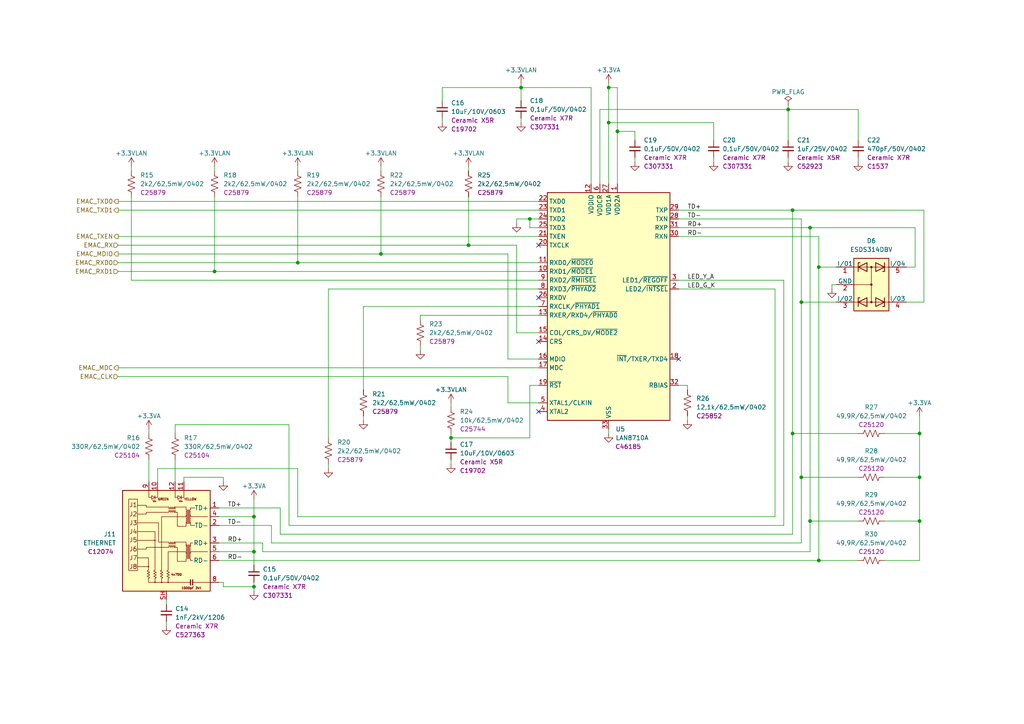
<source format=kicad_sch>
(kicad_sch (version 20230121) (generator eeschema)
  (paper "A4")
  (title_block (title "ESP 16x 24VDC Input 16x 24VDC Output Module") (date "2023-05-05") (rev "V1"))
  (lib_symbols
    (symbol "Device:C_Small" (pin_numbers hide) (pin_names (offset 0.254) hide)
      (property "Reference" "C" (at 0.254 1.778 0))
      (property "Value" "C_Small" (at 0.254 -2.032 0))
      (symbol "C_Small_0_1"
        (polyline (pts (xy -1.524 -0.508) (xy 1.524 -0.508)) (stroke (width 0.3302)))
        (polyline (pts (xy -1.524 0.508) (xy 1.524 0.508)) (stroke (width 0.3048)))
      )
      (symbol "C_Small_1_1"
        (pin passive line (at 0 2.54 270) (length 2.032) (name "~") (number "1"))
        (pin passive line (at 0 -2.54 90) (length 2.032) (name "~") (number "2"))
      )
    )
    (symbol "Device:R_US" (pin_numbers hide) (pin_names (offset 0))
      (property "Reference" "R" (at 2.54 0 90))
      (property "Value" "R_US" (at -2.54 0 90))
      (symbol "R_US_0_1"
        (polyline (pts (xy 0 -2.286) (xy 0 -2.54)))
        (polyline (pts (xy 0 2.286) (xy 0 2.54)))
        (polyline (pts (xy 0 -0.762) (xy 1.016 -1.143) (xy 0 -1.524) (xy -1.016 -1.905) (xy 0 -2.286)))
        (polyline (pts (xy 0 0.762) (xy 1.016 0.381) (xy 0 0) (xy -1.016 -0.381) (xy 0 -0.762)))
        (polyline (pts (xy 0 2.286) (xy 1.016 1.905) (xy 0 1.524) (xy -1.016 1.143) (xy 0 0.762)))
      )
      (symbol "R_US_1_1"
        (pin passive line (at 0 3.81 270) (length 1.27) (name "~") (number "1"))
        (pin passive line (at 0 -3.81 90) (length 1.27) (name "~") (number "2"))
      )
    )
    (symbol "Interface_Ethernet:LAN8710A"
      (property "Reference" "U" (at -13.97 34.29 0))
      (property "Value" "LAN8710A" (at 17.78 34.29 0))
      (symbol "LAN8710A_0_1"
        (rectangle (start -17.78 33.02) (end 17.78 -33.02) (stroke (width 0.254)) (fill (type background)))
      )
      (symbol "LAN8710A_1_1"
        (pin power_in line (at 2.54 35.56 270) (length 2.54) (name "VDD2A") (number "1"))
        (pin bidirectional line (at -20.32 10.16 0) (length 2.54) (name "RXD1/~{MODE1}") (number "10"))
        (pin bidirectional line (at -20.32 12.7 0) (length 2.54) (name "RXD0/~{MODE0}") (number "11"))
        (pin power_in line (at -5.08 35.56 270) (length 2.54) (name "VDDIO") (number "12"))
        (pin bidirectional line (at -20.32 -2.54 0) (length 2.54) (name "RXER/RXD4/~{PHYAD0}") (number "13"))
        (pin output line (at -20.32 -10.16 0) (length 2.54) (name "CRS") (number "14"))
        (pin bidirectional line (at -20.32 -7.62 0) (length 2.54) (name "COL/CRS_DV/~{MODE2}") (number "15"))
        (pin bidirectional line (at -20.32 -15.24 0) (length 2.54) (name "MDIO") (number "16"))
        (pin input line (at -20.32 -17.78 0) (length 2.54) (name "MDC") (number "17"))
        (pin bidirectional line (at 20.32 -15.24 180) (length 2.54) (name "~{INT}/TXER/TXD4") (number "18"))
        (pin input line (at -20.32 -22.86 0) (length 2.54) (name "~{RST}") (number "19"))
        (pin bidirectional line (at 20.32 5.08 180) (length 2.54) (name "LED2/~{INTSEL}") (number "2"))
        (pin output line (at -20.32 17.78 0) (length 2.54) (name "TXCLK") (number "20"))
        (pin input line (at -20.32 20.32 0) (length 2.54) (name "TXEN") (number "21"))
        (pin input line (at -20.32 30.48 0) (length 2.54) (name "TXD0") (number "22"))
        (pin input line (at -20.32 27.94 0) (length 2.54) (name "TXD1") (number "23"))
        (pin input line (at -20.32 25.4 0) (length 2.54) (name "TXD2") (number "24"))
        (pin input line (at -20.32 22.86 0) (length 2.54) (name "TXD3") (number "25"))
        (pin output line (at -20.32 2.54 0) (length 2.54) (name "RXDV") (number "26"))
        (pin power_in line (at 0 35.56 270) (length 2.54) (name "VDD1A") (number "27"))
        (pin bidirectional line (at 20.32 25.4 180) (length 2.54) (name "TXN") (number "28"))
        (pin bidirectional line (at 20.32 27.94 180) (length 2.54) (name "TXP") (number "29"))
        (pin bidirectional line (at 20.32 7.62 180) (length 2.54) (name "LED1/~{REGOFF}") (number "3"))
        (pin bidirectional line (at 20.32 20.32 180) (length 2.54) (name "RXN") (number "30"))
        (pin bidirectional line (at 20.32 22.86 180) (length 2.54) (name "RXP") (number "31"))
        (pin passive line (at 20.32 -22.86 180) (length 2.54) (name "RBIAS") (number "32"))
        (pin power_in line (at 0 -35.56 90) (length 2.54) (name "VSS") (number "33"))
        (pin output line (at -20.32 -30.48 0) (length 2.54) (name "XTAL2") (number "4"))
        (pin input line (at -20.32 -27.94 0) (length 2.54) (name "XTAL1/CLKIN") (number "5"))
        (pin power_in line (at -2.54 35.56 270) (length 2.54) (name "VDDCR") (number "6"))
        (pin bidirectional line (at -20.32 0 0) (length 2.54) (name "RXCLK/~{PHYAD1}") (number "7"))
        (pin bidirectional line (at -20.32 5.08 0) (length 2.54) (name "RXD3/~{PHYAD2}") (number "8"))
        (pin bidirectional line (at -20.32 7.62 0) (length 2.54) (name "RXD2/~{RMIISEL}") (number "9"))
      )
    )
    (symbol "Tales:+3.3VLAN" (power) (pin_names (offset 0))
      (property "Value" "+3.3VLAN" (at 0 3.556 0))
      (symbol "+3.3VLAN_0_1"
        (polyline (pts (xy -0.762 1.27) (xy 0 2.54)))
        (polyline (pts (xy 0 0) (xy 0 2.54)))
        (polyline (pts (xy 0 2.54) (xy 0.762 1.27)))
      )
      (symbol "+3.3VLAN_1_1"
        (pin power_in line (at 0 0 90) (length 0) hide (name "+3.3VLAN") (number "1"))
      )
    )
    (symbol "Tales:ESDS314DBV" (pin_names (offset 0))
      (property "Reference" "D" (at 0 12.7 0))
      (property "Value" "ESDS314DBV" (at 0 10.16 0))
      (symbol "ESDS314DBV_0_1"
        (rectangle (start -5.08 7.62) (end 5.08 -7.62) (stroke (width 0.254)) (fill (type background)))
        (circle (center 0 -5.08) (radius 0.254) (fill (type outline)))
        (polyline (pts (xy -5.08 -5.08) (xy 5.08 -5.08)))
        (polyline (pts (xy -5.08 0) (xy 0 0)))
        (polyline (pts (xy -5.08 5.08) (xy 5.08 5.08)))
        (polyline (pts (xy 0 -5.08) (xy 0 5.08)))
        (polyline (pts (xy -3.81 -6.35) (xy -3.81 -3.81) (xy -3.302 -3.81)) (stroke (width 0.254)))
        (polyline (pts (xy -3.81 3.81) (xy -3.81 6.35) (xy -3.302 6.35)) (stroke (width 0.254)))
        (polyline (pts (xy 3.81 -3.81) (xy 3.81 -6.35) (xy 3.302 -6.35)) (stroke (width 0.254)))
        (polyline (pts (xy 3.81 6.35) (xy 3.81 3.81) (xy 3.302 3.81)) (stroke (width 0.254)))
        (polyline (pts (xy -1.27 -6.35) (xy -3.81 -5.08) (xy -1.27 -3.81) (xy -1.27 -6.35) (xy -1.27 -6.35) (xy -1.27 -6.35)) (stroke (width 0.254)))
        (polyline (pts (xy -1.27 3.81) (xy -3.81 5.08) (xy -1.27 6.35) (xy -1.27 3.81) (xy -1.27 3.81) (xy -1.27 3.81)) (stroke (width 0.254)))
        (polyline (pts (xy 1.27 -3.81) (xy 3.81 -5.08) (xy 1.27 -6.35) (xy 1.27 -3.81) (xy 1.27 -3.81) (xy 1.27 -3.81)) (stroke (width 0.254)))
        (polyline (pts (xy 1.27 6.35) (xy 3.81 5.08) (xy 1.27 3.81) (xy 1.27 6.35) (xy 1.27 6.35) (xy 1.27 6.35)) (stroke (width 0.254)))
        (circle (center 0 0) (radius 0.254) (fill (type outline)))
        (circle (center 0 5.08) (radius 0.254) (fill (type outline)))
        (pin passive line (at -10.16 5.08 0) (length 5.08) (name "I/01") (number "1"))
        (pin passive line (at -10.16 0 0) (length 5.08) (name "GND") (number "2"))
        (pin passive line (at -10.16 -5.08 0) (length 5.08) (name "I/02") (number "3"))
        (pin passive line (at 10.16 -5.08 180) (length 5.08) (name "I/03") (number "4"))
        (pin passive line (at 10.16 5.08 180) (length 5.08) (name "I/04") (number "5"))
      )
    )
    (symbol "Tales:HanRun_HR911105A"
      (property "Reference" "J" (at 12.7 13.97 0))
      (property "Value" "HanRun_HR911105A" (at 0 -17.78 0))
      (symbol "HanRun_HR911105A_0_0"
        (rectangle (start -12.7 12.7) (end 12.7 -16.51) (stroke (width 0.254)) (fill (type background)))
        (polyline (pts (xy -5.207 -9.398) (xy -8.382 -9.398)))
        (polyline (pts (xy -3.302 -13.97) (xy -3.302 -12.827)))
        (polyline (pts (xy -3.302 -1.778) (xy -8.382 -1.778)))
        (polyline (pts (xy -1.397 -13.97) (xy -1.397 -12.827)))
        (polyline (pts (xy 0.508 -13.97) (xy 0.508 -12.827)))
        (polyline (pts (xy 7.62 -13.97) (xy 12.7 -13.97)))
        (polyline (pts (xy 11.938 -5.08) (xy 6.985 -5.08)))
        (polyline (pts (xy 11.938 5.08) (xy 6.985 5.08)))
        (polyline (pts (xy -1.397 -10.414) (xy -1.397 5.08) (xy 5.715 5.08)))
        (polyline (pts (xy 0.508 -10.414) (xy 0.508 -5.08) (xy 5.715 -5.08)))
        (polyline (pts (xy 6.985 -13.97) (xy -5.207 -13.97) (xy -5.207 -12.827)))
        (polyline (pts (xy 0.635 -2.286) (xy -2.286 -2.286) (xy -2.286 3.302) (xy -8.382 3.302)))
        (polyline (pts (xy 0.635 7.874) (xy -5.842 7.874) (xy -5.842 8.382) (xy -8.382 8.382)))
        (text "1000pF 2kV" (at 7.239 -15.621 0) (effects (font (size 0.635 0.635))))
        (text "4x75Ω" (at 2.921 -11.684 0) (effects (font (size 0.635 0.635))))
        (text "GREEN" (at -2.54 10.16 0) (effects (font (size 0.635 0.635)) (justify left)))
        (text "J1" (at -10.795 8.509 0) (effects (font (size 1.27 1.27)) (justify left)))
        (text "J2" (at -10.795 5.842 0) (effects (font (size 1.27 1.27)) (justify left)))
        (text "J3" (at -10.795 3.302 0) (effects (font (size 1.27 1.27)) (justify left)))
        (text "J4" (at -10.795 0.762 0) (effects (font (size 1.27 1.27)) (justify left)))
        (text "J5" (at -10.795 -1.651 0) (effects (font (size 1.27 1.27)) (justify left)))
        (text "J6" (at -10.795 -4.318 0) (effects (font (size 1.27 1.27)) (justify left)))
        (text "J7" (at -10.795 -6.858 0) (effects (font (size 1.27 1.27)) (justify left)))
        (text "J8" (at -10.795 -9.398 0) (effects (font (size 1.27 1.27)) (justify left)))
        (text "YELLOW" (at 5.08 10.16 0) (effects (font (size 0.635 0.635)) (justify left)))
      )
      (symbol "HanRun_HR911105A_0_1"
        (rectangle (start -8.382 -10.541) (end -10.922 10.16))
        (circle (center -5.207 -9.398) (radius 0.127) (fill (type outline)))
        (circle (center -3.302 -13.97) (radius 0.127) (fill (type outline)))
        (circle (center -3.302 -1.778) (radius 0.127) (fill (type outline)))
        (circle (center -1.397 -13.97) (radius 0.127) (fill (type outline)))
        (polyline (pts (xy -3.556 9.398) (xy -4.064 9.906)))
        (polyline (pts (xy -3.302 11.176) (xy -3.302 10.16)))
        (polyline (pts (xy -3.048 9.398) (xy -3.556 9.906)))
        (polyline (pts (xy 0.635 -3.302) (xy 2.667 -3.302)))
        (polyline (pts (xy 0.635 6.858) (xy 2.667 6.858)))
        (polyline (pts (xy 2.667 -2.794) (xy 0.635 -2.794)))
        (polyline (pts (xy 2.667 7.366) (xy 0.635 7.366)))
        (polyline (pts (xy 4.064 9.398) (xy 3.556 9.906)))
        (polyline (pts (xy 4.318 11.176) (xy 4.318 10.16)))
        (polyline (pts (xy 4.572 9.398) (xy 4.064 9.906)))
        (polyline (pts (xy 6.223 -3.048) (xy 6.223 -7.112)))
        (polyline (pts (xy 6.223 7.112) (xy 6.223 3.048)))
        (polyline (pts (xy 6.477 -7.112) (xy 6.477 -3.048)))
        (polyline (pts (xy 6.477 3.048) (xy 6.477 7.112)))
        (polyline (pts (xy 6.985 -14.732) (xy 6.985 -13.208)) (stroke (width 0.3048)))
        (polyline (pts (xy 7.62 -14.732) (xy 7.62 -13.208)) (stroke (width 0.3048)))
        (polyline (pts (xy -5.207 -10.414) (xy -5.207 -6.858) (xy -8.382 -6.858)))
        (polyline (pts (xy -5.08 12.7) (xy -5.08 10.668) (xy -4.318 10.668)))
        (polyline (pts (xy -3.556 9.652) (xy -3.556 9.398) (xy -3.81 9.398)))
        (polyline (pts (xy -3.302 -10.414) (xy -3.302 0.762) (xy -8.382 0.762)))
        (polyline (pts (xy -3.048 9.652) (xy -3.048 9.398) (xy -3.302 9.398)))
        (polyline (pts (xy -2.54 12.7) (xy -2.54 10.668) (xy -3.302 10.668)))
        (polyline (pts (xy 2.54 12.7) (xy 2.54 10.668) (xy 3.302 10.668)))
        (polyline (pts (xy 2.667 -2.286) (xy 5.715 -2.286) (xy 5.715 -3.048)))
        (polyline (pts (xy 2.667 7.874) (xy 5.715 7.874) (xy 5.715 7.112)))
        (polyline (pts (xy 4.064 9.652) (xy 4.064 9.398) (xy 3.81 9.398)))
        (polyline (pts (xy 4.572 9.652) (xy 4.572 9.398) (xy 4.318 9.398)))
        (polyline (pts (xy 5.08 12.7) (xy 5.08 10.668) (xy 4.318 10.668)))
        (polyline (pts (xy 6.985 -7.112) (xy 6.985 -7.62) (xy 7.62 -7.62)))
        (polyline (pts (xy 6.985 -3.048) (xy 6.985 -2.54) (xy 7.62 -2.54)))
        (polyline (pts (xy 6.985 3.048) (xy 6.985 2.54) (xy 8.255 2.54)))
        (polyline (pts (xy 6.985 7.112) (xy 6.985 7.62) (xy 8.255 7.62)))
        (polyline (pts (xy -3.302 10.668) (xy -4.318 11.176) (xy -4.318 10.16) (xy -3.302 10.668)))
        (polyline (pts (xy 0.635 -3.81) (xy -5.842 -3.81) (xy -5.842 -4.318) (xy -8.382 -4.318)))
        (polyline (pts (xy 0.635 6.35) (xy -5.842 6.35) (xy -5.842 5.842) (xy -8.382 5.842)))
        (polyline (pts (xy 4.318 10.668) (xy 3.302 11.176) (xy 3.302 10.16) (xy 4.318 10.668)))
        (polyline (pts (xy 5.715 -7.112) (xy 5.715 -7.874) (xy 3.175 -7.874) (xy 3.175 -3.81) (xy 2.667 -3.81)))
        (polyline (pts (xy 5.715 3.048) (xy 5.715 2.286) (xy 3.175 2.286) (xy 3.175 6.35) (xy 2.667 6.35)))
        (polyline (pts (xy -5.207 -12.827) (xy -4.826 -12.573) (xy -5.588 -12.192) (xy -4.826 -11.811) (xy -5.588 -11.43) (xy -4.826 -11.049) (xy -5.588 -10.668) (xy -5.207 -10.414)))
        (polyline (pts (xy -3.302 -12.827) (xy -2.921 -12.573) (xy -3.683 -12.192) (xy -2.921 -11.811) (xy -3.683 -11.43) (xy -2.921 -11.049) (xy -3.683 -10.668) (xy -3.302 -10.414)))
        (polyline (pts (xy -1.397 -12.827) (xy -1.016 -12.573) (xy -1.778 -12.192) (xy -1.016 -11.811) (xy -1.778 -11.43) (xy -1.016 -11.049) (xy -1.778 -10.668) (xy -1.397 -10.414)))
        (polyline (pts (xy 0.508 -12.827) (xy 0.889 -12.573) (xy 0.127 -12.192) (xy 0.889 -11.811) (xy 0.127 -11.43) (xy 0.889 -11.049) (xy 0.127 -10.668) (xy 0.508 -10.414)))
        (circle (center 0.508 -13.97) (radius 0.127) (fill (type outline)))
        (arc (start 0.635 -2.286) (mid 0.889 -2.5389) (end 1.143 -2.286))
        (arc (start 0.635 7.874) (mid 0.889 7.6211) (end 1.143 7.874))
        (arc (start 1.143 -3.81) (mid 0.889 -3.5571) (end 0.635 -3.81))
        (arc (start 1.143 -2.286) (mid 1.397 -2.5389) (end 1.651 -2.286))
        (arc (start 1.143 6.35) (mid 0.889 6.6029) (end 0.635 6.35))
        (arc (start 1.143 7.874) (mid 1.397 7.6211) (end 1.651 7.874))
        (arc (start 1.651 -3.81) (mid 1.397 -3.5571) (end 1.143 -3.81))
        (arc (start 1.651 -2.286) (mid 1.905 -2.5389) (end 2.159 -2.286))
        (arc (start 1.651 6.35) (mid 1.397 6.6029) (end 1.143 6.35))
        (arc (start 1.651 7.874) (mid 1.905 7.6211) (end 2.159 7.874))
        (arc (start 2.159 -3.81) (mid 1.905 -3.5571) (end 1.651 -3.81))
        (arc (start 2.159 -2.286) (mid 2.413 -2.5389) (end 2.667 -2.286))
        (arc (start 2.159 6.35) (mid 1.905 6.6029) (end 1.651 6.35))
        (arc (start 2.159 7.874) (mid 2.413 7.6211) (end 2.667 7.874))
        (circle (center 2.413 -3.8354) (radius 0.0762) (stroke (width 0.0254)) (fill (type outline)))
        (circle (center 2.413 -2.2606) (radius 0.0762) (stroke (width 0.0254)) (fill (type outline)))
        (circle (center 2.413 6.3246) (radius 0.0762) (stroke (width 0.0254)) (fill (type outline)))
        (circle (center 2.413 7.8994) (radius 0.0762) (stroke (width 0.0254)) (fill (type outline)))
        (arc (start 2.667 -3.81) (mid 2.413 -3.5571) (end 2.159 -3.81))
        (arc (start 2.667 6.35) (mid 2.413 6.6029) (end 2.159 6.35))
        (arc (start 5.715 -7.112) (mid 5.9679 -6.858) (end 5.715 -6.604))
        (arc (start 5.715 -6.604) (mid 5.9679 -6.35) (end 5.715 -6.096))
        (arc (start 5.715 -6.096) (mid 5.9679 -5.842) (end 5.715 -5.588))
        (arc (start 5.715 -5.588) (mid 5.9679 -5.334) (end 5.715 -5.08))
        (circle (center 5.715 -5.334) (radius 0.0762) (stroke (width 0.0254)) (fill (type outline)))
        (arc (start 5.715 -5.08) (mid 5.9679 -4.826) (end 5.715 -4.572))
        (arc (start 5.715 -4.572) (mid 5.9679 -4.318) (end 5.715 -4.064))
        (arc (start 5.715 -4.064) (mid 5.9679 -3.81) (end 5.715 -3.556))
        (arc (start 5.715 -3.556) (mid 5.9679 -3.302) (end 5.715 -3.048))
        (circle (center 5.715 -3.302) (radius 0.0762) (stroke (width 0.0254)) (fill (type outline)))
        (arc (start 5.715 3.048) (mid 5.9679 3.302) (end 5.715 3.556))
        (circle (center 5.715 3.302) (radius 0.0762) (stroke (width 0.0254)) (fill (type outline)))
        (arc (start 5.715 3.556) (mid 5.9679 3.81) (end 5.715 4.064))
        (arc (start 5.715 4.064) (mid 5.9679 4.318) (end 5.715 4.572))
        (arc (start 5.715 4.572) (mid 5.9679 4.826) (end 5.715 5.08))
        (arc (start 5.715 5.08) (mid 5.9679 5.334) (end 5.715 5.588))
        (circle (center 5.715 5.334) (radius 0.0762) (stroke (width 0.0254)) (fill (type outline)))
        (arc (start 5.715 5.588) (mid 5.9679 5.842) (end 5.715 6.096))
        (arc (start 5.715 6.096) (mid 5.9679 6.35) (end 5.715 6.604))
        (arc (start 5.715 6.604) (mid 5.9679 6.858) (end 5.715 7.112))
        (arc (start 6.985 -6.604) (mid 6.7321 -6.858) (end 6.985 -7.112))
        (arc (start 6.985 -6.096) (mid 6.7321 -6.35) (end 6.985 -6.604))
        (arc (start 6.985 -5.588) (mid 6.7321 -5.842) (end 6.985 -6.096))
        (circle (center 6.985 -5.334) (radius 0.0762) (stroke (width 0.0254)) (fill (type outline)))
        (arc (start 6.985 -5.08) (mid 6.7321 -5.334) (end 6.985 -5.588))
        (arc (start 6.985 -4.572) (mid 6.7321 -4.826) (end 6.985 -5.08))
        (arc (start 6.985 -4.064) (mid 6.7321 -4.318) (end 6.985 -4.572))
        (arc (start 6.985 -3.556) (mid 6.7321 -3.81) (end 6.985 -4.064))
        (circle (center 6.985 -3.302) (radius 0.0762) (stroke (width 0.0254)) (fill (type outline)))
        (arc (start 6.985 -3.048) (mid 6.7321 -3.302) (end 6.985 -3.556))
        (circle (center 6.985 3.302) (radius 0.0762) (stroke (width 0.0254)) (fill (type outline)))
        (arc (start 6.985 3.556) (mid 6.7321 3.302) (end 6.985 3.048))
        (arc (start 6.985 4.064) (mid 6.7321 3.81) (end 6.985 3.556))
        (arc (start 6.985 4.572) (mid 6.7321 4.318) (end 6.985 4.064))
        (arc (start 6.985 5.08) (mid 6.7321 4.826) (end 6.985 4.572))
        (circle (center 6.985 5.334) (radius 0.0762) (stroke (width 0.0254)) (fill (type outline)))
        (arc (start 6.985 5.588) (mid 6.7321 5.334) (end 6.985 5.08))
        (arc (start 6.985 6.096) (mid 6.7321 5.842) (end 6.985 5.588))
        (arc (start 6.985 6.604) (mid 6.7321 6.35) (end 6.985 6.096))
        (arc (start 6.985 7.112) (mid 6.7321 6.858) (end 6.985 6.604))
      )
      (symbol "HanRun_HR911105A_1_1"
        (pin passive line (at 15.24 7.62 180) (length 2.54) (name "TD+") (number "1"))
        (pin passive line (at -2.54 15.24 270) (length 2.54) (name "~") (number "10"))
        (pin passive line (at 5.08 15.24 270) (length 2.54) (name "~") (number "11"))
        (pin passive line (at 2.54 15.24 270) (length 2.54) (name "~") (number "12"))
        (pin passive line (at 15.24 2.54 180) (length 2.54) (name "TD-") (number "2"))
        (pin passive line (at 15.24 -2.54 180) (length 2.54) (name "RD+") (number "3"))
        (pin passive line (at 15.24 5.08 180) (length 2.54) (name "~") (number "4"))
        (pin passive line (at 15.24 -5.08 180) (length 2.54) (name "~") (number "5"))
        (pin passive line (at 15.24 -7.62 180) (length 2.54) (name "RD-") (number "6"))
        (pin no_connect line (at 12.7 -11.43 180) (length 2.54) hide (name "NC") (number "7"))
        (pin passive line (at 15.24 -13.97 180) (length 2.54) (name "~") (number "8"))
        (pin passive line (at -5.08 15.24 270) (length 2.54) (name "~") (number "9"))
        (pin passive line (at 0 -19.05 90) (length 2.54) (name "~") (number "SH"))
      )
    )
    (symbol "power:+3.3VA" (power) (pin_names (offset 0))
      (property "Value" "+3.3VA" (at 0 3.556 0))
      (symbol "+3.3VA_0_1"
        (polyline (pts (xy -0.762 1.27) (xy 0 2.54)))
        (polyline (pts (xy 0 0) (xy 0 2.54)))
        (polyline (pts (xy 0 2.54) (xy 0.762 1.27)))
      )
      (symbol "+3.3VA_1_1"
        (pin power_in line (at 0 0 90) (length 0) hide (name "+3.3VA") (number "1"))
      )
    )
    (symbol "power:GND" (power) (pin_names (offset 0))
      (property "Value" "GND" (at 0 -3.81 0))
      (symbol "GND_0_1"
        (polyline (pts (xy 0 0) (xy 0 -1.27) (xy 1.27 -1.27) (xy 0 -2.54) (xy -1.27 -1.27) (xy 0 -1.27)))
      )
      (symbol "GND_1_1"
        (pin power_in line (at 0 0 270) (length 0) hide (name "GND") (number "1"))
      )
    )
    (symbol "power:PWR_FLAG" (power) (pin_numbers hide) (pin_names (offset 0) hide)
      (property "Value" "PWR_FLAG" (at 0 3.81 0))
      (symbol "PWR_FLAG_0_0"
        (pin power_out line (at 0 0 90) (length 0) (name "pwr") (number "1"))
      )
      (symbol "PWR_FLAG_0_1"
        (polyline (pts (xy 0 0) (xy 0 1.27) (xy -1.016 1.905) (xy 0 2.54) (xy 1.016 1.905) (xy 0 1.27)))
      )
    )
  )
  (junction (at 266.7 125.73))
  (junction (at 232.41 138.43))
  (junction (at 229.87 60.96))
  (junction (at 73.66 160.02))
  (junction (at 266.7 138.43))
  (junction (at 110.49 73.66))
  (junction (at 179.07 38.1))
  (junction (at 151.13 25.4))
  (junction (at 176.53 35.56))
  (junction (at 234.95 151.13))
  (junction (at 73.66 149.86))
  (junction (at 86.36 76.2))
  (junction (at 266.7 151.13))
  (junction (at 229.87 125.73))
  (junction (at 153.67 63.5))
  (junction (at 176.53 25.4))
  (junction (at 135.89 71.12))
  (junction (at 237.49 162.56))
  (junction (at 232.41 87.63))
  (junction (at 130.81 127))
  (junction (at 62.23 78.74))
  (junction (at 237.49 77.47))
  (junction (at 228.6 31.75))
  (junction (at 234.95 66.04))
  (junction (at 73.66 170.18))
  (no_connect (at 156.21 99.06))
  (no_connect (at 156.21 86.36))
  (no_connect (at 196.85 104.14))
  (no_connect (at 156.21 71.12))
  (no_connect (at 156.21 119.38))
  (wire (pts (xy 176.53 35.56) (xy 176.53 53.34)))
  (wire (pts (xy 34.29 71.12) (xy 135.89 71.12)))
  (wire (pts (xy 128.27 25.4) (xy 151.13 25.4)))
  (wire (pts (xy 64.77 138.43) (xy 64.77 139.7)))
  (wire (pts (xy 34.29 78.74) (xy 62.23 78.74)))
  (wire (pts (xy 171.45 25.4) (xy 171.45 53.34)))
  (wire (pts (xy 64.77 170.18) (xy 64.77 168.91)))
  (wire (pts (xy 241.3 82.55) (xy 242.57 82.55)))
  (wire (pts (xy 256.54 125.73) (xy 266.7 125.73)))
  (wire (pts (xy 228.6 31.75) (xy 248.92 31.75)))
  (wire (pts (xy 34.29 106.68) (xy 156.21 106.68)))
  (wire (pts (xy 38.1 48.26) (xy 38.1 49.53)))
  (wire (pts (xy 234.95 151.13) (xy 234.95 160.02)))
  (wire (pts (xy 237.49 77.47) (xy 237.49 162.56)))
  (wire (pts (xy 173.99 53.34) (xy 173.99 31.75)))
  (wire (pts (xy 266.7 151.13) (xy 266.7 162.56)))
  (wire (pts (xy 86.36 76.2) (xy 156.21 76.2)))
  (wire (pts (xy 156.21 111.76) (xy 153.67 111.76)))
  (wire (pts (xy 156.21 96.52) (xy 149.86 96.52)))
  (wire (pts (xy 83.82 123.19) (xy 83.82 152.4)))
  (wire (pts (xy 81.28 154.94) (xy 229.87 154.94)))
  (wire (pts (xy 179.07 38.1) (xy 179.07 53.34)))
  (wire (pts (xy 153.67 63.5) (xy 149.86 63.5)))
  (wire (pts (xy 135.89 71.12) (xy 135.89 57.15)))
  (wire (pts (xy 34.29 68.58) (xy 156.21 68.58)))
  (wire (pts (xy 153.67 66.04) (xy 153.67 63.5)))
  (wire (pts (xy 62.23 48.26) (xy 62.23 49.53)))
  (wire (pts (xy 43.18 124.46) (xy 43.18 125.73)))
  (wire (pts (xy 95.25 134.62) (xy 95.25 135.89)))
  (wire (pts (xy 128.27 29.21) (xy 128.27 25.4)))
  (wire (pts (xy 105.41 120.65) (xy 105.41 121.92)))
  (wire (pts (xy 34.29 76.2) (xy 86.36 76.2)))
  (wire (pts (xy 130.81 133.35) (xy 130.81 134.62)))
  (wire (pts (xy 121.92 91.44) (xy 121.92 92.71)))
  (wire (pts (xy 262.89 77.47) (xy 265.43 77.47)))
  (wire (pts (xy 53.34 138.43) (xy 53.34 139.7)))
  (wire (pts (xy 267.97 87.63) (xy 267.97 60.96)))
  (wire (pts (xy 38.1 57.15) (xy 38.1 81.28)))
  (wire (pts (xy 266.7 125.73) (xy 266.7 138.43)))
  (wire (pts (xy 64.77 168.91) (xy 63.5 168.91)))
  (wire (pts (xy 147.32 104.14) (xy 156.21 104.14)))
  (wire (pts (xy 176.53 25.4) (xy 176.53 35.56)))
  (wire (pts (xy 199.39 111.76) (xy 196.85 111.76)))
  (wire (pts (xy 234.95 151.13) (xy 248.92 151.13)))
  (wire (pts (xy 62.23 78.74) (xy 156.21 78.74)))
  (wire (pts (xy 196.85 68.58) (xy 237.49 68.58)))
  (wire (pts (xy 229.87 125.73) (xy 229.87 154.94)))
  (wire (pts (xy 34.29 109.22) (xy 147.32 109.22)))
  (wire (pts (xy 43.18 133.35) (xy 43.18 139.7)))
  (wire (pts (xy 81.28 147.32) (xy 81.28 154.94)))
  (wire (pts (xy 266.7 162.56) (xy 256.54 162.56)))
  (wire (pts (xy 45.72 135.89) (xy 86.36 135.89)))
  (wire (pts (xy 151.13 34.29) (xy 151.13 35.56)))
  (wire (pts (xy 151.13 25.4) (xy 151.13 29.21)))
  (wire (pts (xy 130.81 116.84) (xy 130.81 118.11)))
  (wire (pts (xy 153.67 127) (xy 130.81 127)))
  (wire (pts (xy 83.82 152.4) (xy 227.33 152.4)))
  (wire (pts (xy 86.36 57.15) (xy 86.36 76.2)))
  (wire (pts (xy 207.01 45.72) (xy 207.01 46.99)))
  (wire (pts (xy 228.6 31.75) (xy 228.6 40.64)))
  (wire (pts (xy 176.53 124.46) (xy 176.53 125.73)))
  (wire (pts (xy 50.8 139.7) (xy 50.8 133.35)))
  (wire (pts (xy 128.27 34.29) (xy 128.27 35.56)))
  (wire (pts (xy 228.6 30.48) (xy 228.6 31.75)))
  (wire (pts (xy 45.72 139.7) (xy 45.72 135.89)))
  (wire (pts (xy 62.23 57.15) (xy 62.23 78.74)))
  (wire (pts (xy 176.53 24.13) (xy 176.53 25.4)))
  (wire (pts (xy 229.87 125.73) (xy 248.92 125.73)))
  (wire (pts (xy 237.49 68.58) (xy 237.49 77.47)))
  (wire (pts (xy 78.74 152.4) (xy 78.74 157.48)))
  (wire (pts (xy 63.5 147.32) (xy 81.28 147.32)))
  (wire (pts (xy 237.49 162.56) (xy 248.92 162.56)))
  (wire (pts (xy 149.86 71.12) (xy 135.89 71.12)))
  (wire (pts (xy 176.53 25.4) (xy 179.07 25.4)))
  (wire (pts (xy 151.13 25.4) (xy 171.45 25.4)))
  (wire (pts (xy 110.49 57.15) (xy 110.49 73.66)))
  (wire (pts (xy 228.6 45.72) (xy 228.6 46.99)))
  (wire (pts (xy 76.2 157.48) (xy 76.2 160.02)))
  (wire (pts (xy 48.26 180.34) (xy 48.26 181.61)))
  (wire (pts (xy 229.87 60.96) (xy 229.87 125.73)))
  (wire (pts (xy 265.43 77.47) (xy 265.43 66.04)))
  (wire (pts (xy 147.32 73.66) (xy 147.32 104.14)))
  (wire (pts (xy 64.77 138.43) (xy 53.34 138.43)))
  (wire (pts (xy 266.7 138.43) (xy 266.7 151.13)))
  (wire (pts (xy 256.54 151.13) (xy 266.7 151.13)))
  (wire (pts (xy 248.92 31.75) (xy 248.92 40.64)))
  (wire (pts (xy 130.81 125.73) (xy 130.81 127)))
  (wire (pts (xy 34.29 73.66) (xy 110.49 73.66)))
  (wire (pts (xy 86.36 48.26) (xy 86.36 49.53)))
  (wire (pts (xy 153.67 111.76) (xy 153.67 127)))
  (wire (pts (xy 63.5 152.4) (xy 78.74 152.4)))
  (wire (pts (xy 73.66 170.18) (xy 73.66 171.45)))
  (wire (pts (xy 130.81 127) (xy 130.81 128.27)))
  (wire (pts (xy 149.86 96.52) (xy 149.86 71.12)))
  (wire (pts (xy 229.87 60.96) (xy 196.85 60.96)))
  (wire (pts (xy 173.99 31.75) (xy 228.6 31.75)))
  (wire (pts (xy 110.49 73.66) (xy 147.32 73.66)))
  (wire (pts (xy 105.41 88.9) (xy 105.41 113.03)))
  (wire (pts (xy 86.36 135.89) (xy 86.36 149.86)))
  (wire (pts (xy 199.39 113.03) (xy 199.39 111.76)))
  (wire (pts (xy 241.3 83.82) (xy 241.3 82.55)))
  (wire (pts (xy 50.8 123.19) (xy 83.82 123.19)))
  (wire (pts (xy 63.5 162.56) (xy 237.49 162.56)))
  (wire (pts (xy 78.74 157.48) (xy 232.41 157.48)))
  (wire (pts (xy 224.79 149.86) (xy 224.79 83.82)))
  (wire (pts (xy 265.43 66.04) (xy 234.95 66.04)))
  (wire (pts (xy 95.25 83.82) (xy 95.25 127)))
  (wire (pts (xy 232.41 138.43) (xy 248.92 138.43)))
  (wire (pts (xy 34.29 60.96) (xy 156.21 60.96)))
  (wire (pts (xy 73.66 168.91) (xy 73.66 170.18)))
  (wire (pts (xy 156.21 63.5) (xy 153.67 63.5)))
  (wire (pts (xy 48.26 173.99) (xy 48.26 175.26)))
  (wire (pts (xy 232.41 63.5) (xy 196.85 63.5)))
  (wire (pts (xy 110.49 48.26) (xy 110.49 49.53)))
  (wire (pts (xy 121.92 100.33) (xy 121.92 101.6)))
  (wire (pts (xy 184.15 38.1) (xy 184.15 40.64)))
  (wire (pts (xy 156.21 116.84) (xy 147.32 116.84)))
  (wire (pts (xy 64.77 170.18) (xy 73.66 170.18)))
  (wire (pts (xy 149.86 63.5) (xy 149.86 64.77)))
  (wire (pts (xy 267.97 60.96) (xy 229.87 60.96)))
  (wire (pts (xy 248.92 45.72) (xy 248.92 46.99)))
  (wire (pts (xy 156.21 66.04) (xy 153.67 66.04)))
  (wire (pts (xy 196.85 81.28) (xy 227.33 81.28)))
  (wire (pts (xy 73.66 144.78) (xy 73.66 149.86)))
  (wire (pts (xy 76.2 160.02) (xy 234.95 160.02)))
  (wire (pts (xy 34.29 58.42) (xy 156.21 58.42)))
  (wire (pts (xy 179.07 25.4) (xy 179.07 38.1)))
  (wire (pts (xy 256.54 138.43) (xy 266.7 138.43)))
  (wire (pts (xy 151.13 24.13) (xy 151.13 25.4)))
  (wire (pts (xy 86.36 149.86) (xy 224.79 149.86)))
  (wire (pts (xy 156.21 91.44) (xy 121.92 91.44)))
  (wire (pts (xy 207.01 35.56) (xy 207.01 40.64)))
  (wire (pts (xy 176.53 35.56) (xy 207.01 35.56)))
  (wire (pts (xy 95.25 83.82) (xy 156.21 83.82)))
  (wire (pts (xy 227.33 152.4) (xy 227.33 81.28)))
  (wire (pts (xy 266.7 120.65) (xy 266.7 125.73)))
  (wire (pts (xy 105.41 88.9) (xy 156.21 88.9)))
  (wire (pts (xy 237.49 77.47) (xy 242.57 77.47)))
  (wire (pts (xy 184.15 45.72) (xy 184.15 46.99)))
  (wire (pts (xy 232.41 87.63) (xy 242.57 87.63)))
  (wire (pts (xy 179.07 38.1) (xy 184.15 38.1)))
  (wire (pts (xy 232.41 87.63) (xy 232.41 138.43)))
  (wire (pts (xy 232.41 63.5) (xy 232.41 87.63)))
  (wire (pts (xy 135.89 48.26) (xy 135.89 49.53)))
  (wire (pts (xy 73.66 160.02) (xy 73.66 149.86)))
  (wire (pts (xy 232.41 138.43) (xy 232.41 157.48)))
  (wire (pts (xy 63.5 160.02) (xy 73.66 160.02)))
  (wire (pts (xy 63.5 157.48) (xy 76.2 157.48)))
  (wire (pts (xy 38.1 81.28) (xy 156.21 81.28)))
  (wire (pts (xy 196.85 83.82) (xy 224.79 83.82)))
  (wire (pts (xy 147.32 116.84) (xy 147.32 109.22)))
  (wire (pts (xy 199.39 120.65) (xy 199.39 121.92)))
  (wire (pts (xy 196.85 66.04) (xy 234.95 66.04)))
  (wire (pts (xy 50.8 125.73) (xy 50.8 123.19)))
  (wire (pts (xy 234.95 66.04) (xy 234.95 151.13)))
  (wire (pts (xy 73.66 160.02) (xy 73.66 163.83)))
  (wire (pts (xy 262.89 87.63) (xy 267.97 87.63)))
  (wire (pts (xy 73.66 149.86) (xy 63.5 149.86)))
  (label "RD-" (at 66.04 162.56 0))
  (label "LED_Y_A" (at 199.39 81.28 0))
  (label "TD+" (at 66.04 147.32 0))
  (label "TD+" (at 199.39 60.96 0))
  (label "TD-" (at 66.04 152.4 0))
  (label "RD-" (at 199.39 68.58 0))
  (label "RD+" (at 66.04 157.48 0))
  (label "RD+" (at 199.39 66.04 0))
  (label "LED_G_K" (at 199.39 83.82 0))
  (label "TD-" (at 199.39 63.5 0))
  (hierarchical_label "EMAC_MDIO" (shape output) (at 34.29 73.66 180))
  (hierarchical_label "EMAC_TXEN" (shape output) (at 34.29 68.58 180))
  (hierarchical_label "EMAC_CLK" (shape input) (at 34.29 109.22 180))
  (hierarchical_label "EMAC_RXD1" (shape input) (at 34.29 78.74 180))
  (hierarchical_label "EMAC_MDC" (shape output) (at 34.29 106.68 180))
  (hierarchical_label "EMAC_RXD0" (shape input) (at 34.29 76.2 180))
  (hierarchical_label "EMAC_RX" (shape input) (at 34.29 71.12 180))
  (hierarchical_label "EMAC_TXD0" (shape output) (at 34.29 58.42 180))
  (hierarchical_label "EMAC_TXD1" (shape output) (at 34.29 60.96 180))
  (symbol (lib_id "Device:C_Small") (at 207.01 43.18 0) (unit 1)
    (property "Reference" "C20" (at 209.55 40.64 0) (effects (justify left)))
    (property "Value" "0,1uF/50V/0402" (at 209.55 43.18 0) (effects (justify left)))
    (property "Footprint" "Tales:C_0402_1005Metric" (effects hide))
    (property "Case" "0402/1005" (effects hide))
    (property "JLCPCB BOM" "1" (effects hide))
    (property "LCSC Part #" "C307331" (at 209.55 48.2538 0) (effects (justify left)))
    (property "Mfr" "Samsung" (effects hide))
    (property "Mfr PN" "CL05B104KB54PNC" (effects hide))
    (property "Technology" "Ceramic X7R" (at 209.55 45.7138 0) (effects (justify left)))
    (property "Vendor" "JLCPCB" (effects hide))
    (property "Vendor PN" "C307331" (effects hide))
  )
  (symbol (lib_id "power:GND") (at 184.15 46.99 0) (unit 1)
    (property "Reference" "#PWR057" (effects hide))
    (property "Value" "GNDREF" (effects hide))
  )
  (symbol (lib_id "Device:R_US") (at 130.81 121.92 0) (unit 1)
    (property "Reference" "R24" (at 133.35 119.38 0) (effects (justify left)))
    (property "Value" "10k/62,5mW/0402" (at 133.35 121.92 0) (effects (justify left)))
    (property "Footprint" "Tales:R_0402_1005Metric" (effects hide))
    (property "Case" "0402/1005" (effects hide))
    (property "Mfr" "Uniroyal" (effects hide))
    (property "Vendor" "JLCPCB" (effects hide))
    (property "Mfr PN" "0402WGF1002TCE" (effects hide))
    (property "Vendor PN" "C25744" (effects hide))
    (property "LCSC Part #" "C25744" (at 133.35 124.46 0) (effects (justify left)))
    (property "JLCPCB BOM" "1" (effects hide))
  )
  (symbol (lib_id "power:GND") (at 228.6 46.99 0) (unit 1)
    (property "Reference" "#PWR060" (effects hide))
    (property "Value" "GNDREF" (effects hide))
  )
  (symbol (lib_id "Device:R_US") (at 50.8 129.54 0) (unit 1)
    (property "Reference" "R17" (at 53.34 127 0) (effects (justify left)))
    (property "Value" "330R/62,5mW/0402" (at 53.34 129.54 0) (effects (justify left)))
    (property "Footprint" "Tales:R_0402_1005Metric" (effects hide))
    (property "Case" "0402/1005" (effects hide))
    (property "Mfr" "Uniroyal" (effects hide))
    (property "Vendor" "JLCPCB" (effects hide))
    (property "Mfr PN" "0402WGF3300TCE" (effects hide))
    (property "Vendor PN" "C25104" (effects hide))
    (property "LCSC Part #" "C25104" (at 53.34 132.08 0) (effects (justify left)))
    (property "JLCPCB BOM" "1" (effects hide))
  )
  (symbol (lib_id "Device:C_Small") (at 128.27 31.75 0) (unit 1)
    (property "Reference" "C16" (at 130.81 29.845 0) (effects (justify left)))
    (property "Value" "10uF/10V/0603" (at 130.81 32.385 0) (effects (justify left)))
    (property "Footprint" "Tales:C_0603_1608Metric" (effects hide))
    (property "Mfr" "Samsung" (effects hide))
    (property "Mfr PN" "CL10A106KP8NNNC" (effects hide))
    (property "JLCPCB BOM" "1" (effects hide))
    (property "LCSC Part #" "C19702" (at 130.81 37.465 0) (effects (justify left)))
    (property "Technology" "Ceramic X5R" (at 130.81 34.925 0) (effects (justify left)))
    (property "Vendor" "JLCPCB" (effects hide))
    (property "Vendor PN" "C19702" (effects hide))
    (property "Case" "0603/1608" (effects hide))
  )
  (symbol (lib_id "Tales:+3.3VLAN") (at 135.89 48.26 0) (unit 1)
    (property "Reference" "#PWR051" (effects hide))
    (property "Value" "+3.3VLAN" (at 135.89 44.45 0))
  )
  (symbol (lib_id "Device:C_Small") (at 73.66 166.37 0) (unit 1)
    (property "Reference" "C15" (at 76.2 165.1062 0) (effects (justify left)))
    (property "Value" "0,1uF/50V/0402" (at 76.2 167.6462 0) (effects (justify left)))
    (property "Footprint" "Tales:C_0402_1005Metric" (effects hide))
    (property "Case" "0402/1005" (effects hide))
    (property "JLCPCB BOM" "1" (effects hide))
    (property "LCSC Part #" "C307331" (at 76.2 172.72 0) (effects (justify left)))
    (property "Mfr" "Samsung" (effects hide))
    (property "Mfr PN" "CL05B104KB54PNC" (effects hide))
    (property "Technology" "Ceramic X7R" (at 76.2 170.18 0) (effects (justify left)))
    (property "Vendor" "JLCPCB" (effects hide))
    (property "Vendor PN" "C307331" (effects hide))
  )
  (symbol (lib_id "Device:R_US") (at 62.23 53.34 0) (unit 1)
    (property "Reference" "R18" (at 64.77 50.8 0) (effects (justify left)))
    (property "Value" "2k2/62,5mW/0402" (at 64.77 53.34 0) (effects (justify left)))
    (property "Footprint" "Tales:R_0402_1005Metric" (effects hide))
    (property "Case" "0402/1005" (effects hide))
    (property "Mfr" "Uniroyal" (effects hide))
    (property "Vendor" "JLCPCB" (effects hide))
    (property "Mfr PN" "0402WGF2201TCE" (effects hide))
    (property "Vendor PN" "C25879" (effects hide))
    (property "LCSC Part #" "C25879" (at 64.77 55.88 0) (effects (justify left)))
    (property "JLCPCB BOM" "1" (effects hide))
  )
  (symbol (lib_id "Device:R_US") (at 135.89 53.34 0) (unit 1)
    (property "Reference" "R25" (at 138.43 50.8 0) (effects (justify left)))
    (property "Value" "2k2/62,5mW/0402" (at 138.43 53.34 0) (effects (justify left)))
    (property "Footprint" "Tales:R_0402_1005Metric" (effects hide))
    (property "Case" "0402/1005" (effects hide))
    (property "Mfr" "Uniroyal" (effects hide))
    (property "Vendor" "JLCPCB" (effects hide))
    (property "Mfr PN" "0402WGF2201TCE" (effects hide))
    (property "Vendor PN" "C25879" (effects hide))
    (property "LCSC Part #" "C25879" (at 138.43 55.88 0) (effects (justify left)))
    (property "JLCPCB BOM" "1" (effects hide))
  )
  (symbol (lib_id "power:GND") (at 130.81 134.62 0) (unit 1)
    (property "Reference" "#PWR050" (effects hide))
    (property "Value" "GNDREF" (effects hide))
  )
  (symbol (lib_id "Device:R_US") (at 86.36 53.34 0) (unit 1)
    (property "Reference" "R19" (at 88.9 50.8 0) (effects (justify left)))
    (property "Value" "2k2/62,5mW/0402" (at 88.9 53.34 0) (effects (justify left)))
    (property "Footprint" "Tales:R_0402_1005Metric" (effects hide))
    (property "Case" "0402/1005" (effects hide))
    (property "Mfr" "Uniroyal" (effects hide))
    (property "Vendor" "JLCPCB" (effects hide))
    (property "Mfr PN" "0402WGF2201TCE" (effects hide))
    (property "Vendor PN" "C25879" (effects hide))
    (property "LCSC Part #" "C25879" (at 88.9 55.88 0) (effects (justify left)))
    (property "JLCPCB BOM" "1" (effects hide))
  )
  (symbol (lib_id "Tales:HanRun_HR911105A") (at 48.26 154.94 0) (unit 1)
    (property "Reference" "J11" (at 33.655 154.9399 0) (effects (justify right)))
    (property "Value" "ETHERNET" (at 33.655 157.4799 0) (effects (justify right)))
    (property "Footprint" "Tales:RJ45_HanRun_HR911105A" (effects hide))
    (property "JLCPCB BOM" "1" (effects hide))
    (property "LCSC Part #" "C12074" (at 29.21 160.02 0))
    (property "Mfr" "HanRun" (effects hide))
    (property "Mfr PN" "HR911105A" (effects hide))
    (property "Vendor" "JLCPCB" (effects hide))
    (property "Vendor PN" "C12074" (effects hide))
  )
  (symbol (lib_id "power:GND") (at 105.41 121.92 0) (unit 1)
    (property "Reference" "#PWR045" (effects hide))
    (property "Value" "GNDREF" (effects hide))
  )
  (symbol (lib_id "Device:C_Small") (at 48.26 177.8 0) (unit 1)
    (property "Reference" "C14" (at 50.8 176.5362 0) (effects (justify left)))
    (property "Value" "1nF/2kV/1206" (at 50.8 179.0762 0) (effects (justify left)))
    (property "Footprint" "Tales:C_1206_3216Metric" (effects hide))
    (property "Case" "1206/3216" (effects hide))
    (property "JLCPCB BOM" "1" (effects hide))
    (property "LCSC Part #" "C527363" (at 50.8 184.15 0) (effects (justify left)))
    (property "Mfr" "Yageo" (effects hide))
    (property "Mfr PN" "CC1206MKX7RDBB102" (effects hide))
    (property "Technology" "Ceramic X7R" (at 50.8 181.61 0) (effects (justify left)))
    (property "Vendor" "JLCPCB" (effects hide))
    (property "Vendor PN" "C527363" (effects hide))
  )
  (symbol (lib_id "Device:R_US") (at 43.18 129.54 0) (unit 1)
    (property "Reference" "R16" (at 40.64 127 0) (effects (justify right)))
    (property "Value" "330R/62,5mW/0402" (at 40.64 129.54 0) (effects (justify right)))
    (property "Footprint" "Tales:R_0402_1005Metric" (effects hide))
    (property "Case" "0402/1005" (effects hide))
    (property "Mfr" "Uniroyal" (effects hide))
    (property "Vendor" "JLCPCB" (effects hide))
    (property "Mfr PN" "0402WGF3300TCE" (effects hide))
    (property "Vendor PN" "C25104" (effects hide))
    (property "LCSC Part #" "C25104" (at 40.64 132.08 0) (effects (justify right)))
    (property "JLCPCB BOM" "1" (effects hide))
  )
  (symbol (lib_id "power:GND") (at 121.92 101.6 0) (unit 1)
    (property "Reference" "#PWR047" (effects hide))
    (property "Value" "GNDREF" (effects hide))
  )
  (symbol (lib_id "power:GND") (at 207.01 46.99 0) (unit 1)
    (property "Reference" "#PWR059" (effects hide))
    (property "Value" "GNDREF" (effects hide))
  )
  (symbol (lib_id "power:GND") (at 95.25 135.89 0) (unit 1)
    (property "Reference" "#PWR044" (effects hide))
    (property "Value" "GNDREF" (effects hide))
  )
  (symbol (lib_id "power:+3.3VA") (at 73.66 144.78 0) (unit 1)
    (property "Reference" "#PWR041" (effects hide))
    (property "Value" "+3.3VA" (at 73.66 140.97 0))
  )
  (symbol (lib_id "power:GND") (at 151.13 35.56 0) (unit 1)
    (property "Reference" "#PWR054" (effects hide))
    (property "Value" "GNDREF" (effects hide))
  )
  (symbol (lib_id "power:GND") (at 241.3 83.82 0) (unit 1)
    (property "Reference" "#PWR061" (effects hide))
    (property "Value" "GNDREF" (effects hide))
  )
  (symbol (lib_id "power:GND") (at 73.66 171.45 0) (unit 1)
    (property "Reference" "#PWR042" (effects hide))
    (property "Value" "GNDREF" (effects hide))
  )
  (symbol (lib_id "power:PWR_FLAG") (at 228.6 30.48 0) (unit 1)
    (property "Reference" "#FLG06" (effects hide))
    (property "Value" "PWR_FLAG" (at 228.6 26.67 0))
  )
  (symbol (lib_id "Tales:+3.3VLAN") (at 62.23 48.26 0) (unit 1)
    (property "Reference" "#PWR039" (effects hide))
    (property "Value" "+3.3VLAN" (at 62.23 44.45 0))
  )
  (symbol (lib_id "power:GND") (at 248.92 46.99 0) (unit 1)
    (property "Reference" "#PWR062" (effects hide))
    (property "Value" "GNDREF" (effects hide))
  )
  (symbol (lib_id "Device:R_US") (at 252.73 138.43 90) (unit 1)
    (property "Reference" "R28" (at 252.73 130.81 90))
    (property "Value" "49,9R/62,5mW/0402" (at 252.73 133.35 90))
    (property "Footprint" "Tales:R_0402_1005Metric" (effects hide))
    (property "Case" "0402/1005" (effects hide))
    (property "Mfr" "Uniroyal" (effects hide))
    (property "Vendor" "JLCPCB" (effects hide))
    (property "Mfr PN" "0402WGF499JTCE" (effects hide))
    (property "Vendor PN" "C25120" (effects hide))
    (property "LCSC Part #" "C25120" (at 252.73 135.89 90))
    (property "JLCPCB BOM" "1" (effects hide))
  )
  (symbol (lib_id "Device:C_Small") (at 228.6 43.18 0) (unit 1)
    (property "Reference" "C21" (at 231.14 40.6462 0) (effects (justify left)))
    (property "Value" "1uF/25V/0402" (at 231.14 43.1862 0) (effects (justify left)))
    (property "Footprint" "Tales:C_0402_1005Metric" (effects hide))
    (property "Case" "0402/1005" (effects hide))
    (property "JLCPCB BOM" "1" (effects hide))
    (property "LCSC Part #" "C52923" (at 231.14 48.26 0) (effects (justify left)))
    (property "Mfr" "Samsung" (effects hide))
    (property "Mfr PN" "CL05A105KA5NQNC" (effects hide))
    (property "Technology" "Ceramic X5R" (at 231.14 45.72 0) (effects (justify left)))
    (property "Vendor" "JLCPCB" (effects hide))
    (property "Vendor PN" "C52923" (effects hide))
  )
  (symbol (lib_id "Device:R_US") (at 121.92 96.52 0) (unit 1)
    (property "Reference" "R23" (at 124.46 93.98 0) (effects (justify left)))
    (property "Value" "2k2/62,5mW/0402" (at 124.46 96.52 0) (effects (justify left)))
    (property "Footprint" "Tales:R_0402_1005Metric" (effects hide))
    (property "Case" "0402/1005" (effects hide))
    (property "Mfr" "Uniroyal" (effects hide))
    (property "Vendor" "JLCPCB" (effects hide))
    (property "Mfr PN" "0402WGF2201TCE" (effects hide))
    (property "Vendor PN" "C25879" (effects hide))
    (property "LCSC Part #" "C25879" (at 124.46 99.06 0) (effects (justify left)))
    (property "JLCPCB BOM" "1" (effects hide))
  )
  (symbol (lib_id "Tales:+3.3VLAN") (at 130.81 116.84 0) (unit 1)
    (property "Reference" "#PWR049" (effects hide))
    (property "Value" "+3.3VLAN" (at 130.81 113.03 0))
  )
  (symbol (lib_id "Device:C_Small") (at 151.13 31.75 0) (unit 1)
    (property "Reference" "C18" (at 153.67 29.21 0) (effects (justify left)))
    (property "Value" "0,1uF/50V/0402" (at 153.67 31.75 0) (effects (justify left)))
    (property "Footprint" "Tales:C_0402_1005Metric" (effects hide))
    (property "Case" "0402/1005" (effects hide))
    (property "JLCPCB BOM" "1" (effects hide))
    (property "LCSC Part #" "C307331" (at 153.67 36.8238 0) (effects (justify left)))
    (property "Mfr" "Samsung" (effects hide))
    (property "Mfr PN" "CL05B104KB54PNC" (effects hide))
    (property "Technology" "Ceramic X7R" (at 153.67 34.2838 0) (effects (justify left)))
    (property "Vendor" "JLCPCB" (effects hide))
    (property "Vendor PN" "C307331" (effects hide))
  )
  (symbol (lib_id "Device:R_US") (at 252.73 125.73 90) (unit 1)
    (property "Reference" "R27" (at 252.73 118.11 90))
    (property "Value" "49,9R/62,5mW/0402" (at 252.73 120.65 90))
    (property "Footprint" "Tales:R_0402_1005Metric" (effects hide))
    (property "Case" "0402/1005" (effects hide))
    (property "Mfr" "Uniroyal" (effects hide))
    (property "Vendor" "JLCPCB" (effects hide))
    (property "Mfr PN" "0402WGF499JTCE" (effects hide))
    (property "Vendor PN" "C25120" (effects hide))
    (property "LCSC Part #" "C25120" (at 252.73 123.19 90))
    (property "JLCPCB BOM" "1" (effects hide))
  )
  (symbol (lib_id "power:GND") (at 64.77 139.7 0) (unit 1)
    (property "Reference" "#PWR040" (effects hide))
    (property "Value" "GNDREF" (effects hide))
  )
  (symbol (lib_id "Tales:+3.3VLAN") (at 86.36 48.26 0) (unit 1)
    (property "Reference" "#PWR043" (effects hide))
    (property "Value" "+3.3VLAN" (at 86.36 44.45 0))
  )
  (symbol (lib_id "power:GND") (at 149.86 64.77 0) (unit 1)
    (property "Reference" "#PWR052" (effects hide))
    (property "Value" "GNDREF" (effects hide))
  )
  (symbol (lib_id "Device:C_Small") (at 130.81 130.81 0) (unit 1)
    (property "Reference" "C17" (at 133.35 128.905 0) (effects (justify left)))
    (property "Value" "10uF/10V/0603" (at 133.35 131.445 0) (effects (justify left)))
    (property "Footprint" "Tales:C_0603_1608Metric" (effects hide))
    (property "Mfr" "Samsung" (effects hide))
    (property "Mfr PN" "CL10A106KP8NNNC" (effects hide))
    (property "JLCPCB BOM" "1" (effects hide))
    (property "LCSC Part #" "C19702" (at 133.35 136.525 0) (effects (justify left)))
    (property "Technology" "Ceramic X5R" (at 133.35 133.985 0) (effects (justify left)))
    (property "Vendor" "JLCPCB" (effects hide))
    (property "Vendor PN" "C19702" (effects hide))
    (property "Case" "0603/1608" (effects hide))
  )
  (symbol (lib_id "Device:R_US") (at 105.41 116.84 0) (unit 1)
    (property "Reference" "R21" (at 107.95 114.3 0) (effects (justify left)))
    (property "Value" "2k2/62,5mW/0402" (at 107.95 116.84 0) (effects (justify left)))
    (property "Footprint" "Tales:R_0402_1005Metric" (effects hide))
    (property "Case" "0402/1005" (effects hide))
    (property "Mfr" "Uniroyal" (effects hide))
    (property "Vendor" "JLCPCB" (effects hide))
    (property "Mfr PN" "0402WGF2201TCE" (effects hide))
    (property "Vendor PN" "C25879" (effects hide))
    (property "LCSC Part #" "C25879" (at 107.95 119.38 0) (effects (justify left)))
    (property "JLCPCB BOM" "1" (effects hide))
  )
  (symbol (lib_id "power:+3.3VA") (at 176.53 24.13 0) (unit 1)
    (property "Reference" "#PWR055" (effects hide))
    (property "Value" "+3.3VA" (at 176.53 20.32 0))
  )
  (symbol (lib_id "Device:C_Small") (at 248.92 43.18 0) (unit 1)
    (property "Reference" "C22" (at 251.46 40.64 0) (effects (justify left)))
    (property "Value" "470pF/50V/0402" (at 251.46 43.18 0) (effects (justify left)))
    (property "Footprint" "Tales:C_0402_1005Metric" (effects hide))
    (property "Case" "0402/1005" (effects hide))
    (property "JLCPCB BOM" "1" (effects hide))
    (property "LCSC Part #" "C1537" (at 251.46 48.26 0) (effects (justify left)))
    (property "Mfr" "FH" (effects hide))
    (property "Mfr PN" "0402B471K500NT" (effects hide))
    (property "Technology" "Ceramic X7R" (at 251.46 45.72 0) (effects (justify left)))
    (property "Vendor" "JLCPCB" (effects hide))
    (property "Vendor PN" "C1537" (effects hide))
  )
  (symbol (lib_id "power:GND") (at 199.39 121.92 0) (unit 1)
    (property "Reference" "#PWR058" (effects hide))
    (property "Value" "GNDREF" (effects hide))
  )
  (symbol (lib_id "Tales:ESDS314DBV") (at 252.73 82.55 0) (unit 1)
    (property "Reference" "D6" (at 252.73 69.85 0))
    (property "Value" "ESDS314DBV" (at 252.73 72.39 0))
    (property "Footprint" "Package_TO_SOT_SMD:SOT-23-5" (effects hide))
    (property "Vendor" "JLCPCB" (effects hide))
    (property "Case" "SOT-23-5" (effects hide))
    (property "JLCPCB BOM" "1" (effects hide))
    (property "LCSC Part #" "C1847859" (effects hide))
    (property "Mfr" "Texas Instruments" (effects hide))
    (property "Mfr PN" "ESDS314DBVR" (effects hide))
    (property "Vendor PN" "C1847859" (effects hide))
  )
  (symbol (lib_id "Device:R_US") (at 95.25 130.81 0) (unit 1)
    (property "Reference" "R20" (at 97.79 128.27 0) (effects (justify left)))
    (property "Value" "2k2/62,5mW/0402" (at 97.79 130.81 0) (effects (justify left)))
    (property "Footprint" "Tales:R_0402_1005Metric" (effects hide))
    (property "Case" "0402/1005" (effects hide))
    (property "Mfr" "Uniroyal" (effects hide))
    (property "Vendor" "JLCPCB" (effects hide))
    (property "Mfr PN" "0402WGF2201TCE" (effects hide))
    (property "Vendor PN" "C25879" (effects hide))
    (property "LCSC Part #" "C25879" (at 97.79 133.35 0) (effects (justify left)))
    (property "JLCPCB BOM" "1" (effects hide))
  )
  (symbol (lib_id "power:+3.3VA") (at 43.18 124.46 0) (unit 1)
    (property "Reference" "#PWR037" (effects hide))
    (property "Value" "+3.3VA" (at 43.18 120.65 0))
  )
  (symbol (lib_id "power:+3.3VA") (at 266.7 120.65 0) (unit 1)
    (property "Reference" "#PWR063" (effects hide))
    (property "Value" "+3.3VA" (at 266.7 116.84 0))
  )
  (symbol (lib_id "power:GND") (at 48.26 181.61 0) (unit 1)
    (property "Reference" "#PWR038" (effects hide))
    (property "Value" "GNDREF" (effects hide))
  )
  (symbol (lib_id "Device:R_US") (at 252.73 162.56 90) (unit 1)
    (property "Reference" "R30" (at 252.73 154.94 90))
    (property "Value" "49,9R/62,5mW/0402" (at 252.73 157.48 90))
    (property "Footprint" "Tales:R_0402_1005Metric" (effects hide))
    (property "Case" "0402/1005" (effects hide))
    (property "Mfr" "Uniroyal" (effects hide))
    (property "Vendor" "JLCPCB" (effects hide))
    (property "Mfr PN" "0402WGF499JTCE" (effects hide))
    (property "Vendor PN" "C25120" (effects hide))
    (property "LCSC Part #" "C25120" (at 252.73 160.02 90))
    (property "JLCPCB BOM" "1" (effects hide))
  )
  (symbol (lib_id "Interface_Ethernet:LAN8710A") (at 176.53 88.9 0) (unit 1)
    (property "Reference" "U5" (at 178.5494 124.46 0) (effects (justify left)))
    (property "Value" "LAN8710A" (at 178.5494 127 0) (effects (justify left)))
    (property "Footprint" "Tales:QFN-32-1EP_5x5mm_P0.5mm_EP3.3x3.3mm_ThermalVias" (effects hide))
    (property "Case" "QFN-32" (effects hide))
    (property "JLCPCB BOM" "1" (effects hide))
    (property "LCSC Part #" "C46185" (at 178.435 129.54 0) (effects (justify left)))
    (property "Mfr" "Microchip" (effects hide))
    (property "Mfr PN" "LAN8710A-EZC-TR" (effects hide))
    (property "Vendor" "JLCPCB" (effects hide))
    (property "Vendor PN" "C46185" (effects hide))
  )
  (symbol (lib_id "power:GND") (at 128.27 35.56 0) (unit 1)
    (property "Reference" "#PWR048" (effects hide))
    (property "Value" "GNDREF" (effects hide))
  )
  (symbol (lib_id "Device:R_US") (at 252.73 151.13 90) (unit 1)
    (property "Reference" "R29" (at 252.73 143.51 90))
    (property "Value" "49,9R/62,5mW/0402" (at 252.73 146.05 90))
    (property "Footprint" "Tales:R_0402_1005Metric" (effects hide))
    (property "Case" "0402/1005" (effects hide))
    (property "Mfr" "Uniroyal" (effects hide))
    (property "Vendor" "JLCPCB" (effects hide))
    (property "Mfr PN" "0402WGF499JTCE" (effects hide))
    (property "Vendor PN" "C25120" (effects hide))
    (property "LCSC Part #" "C25120" (at 252.73 148.59 90))
    (property "JLCPCB BOM" "1" (effects hide))
  )
  (symbol (lib_id "Tales:+3.3VLAN") (at 151.13 24.13 0) (unit 1)
    (property "Reference" "#PWR053" (effects hide))
    (property "Value" "+3.3VLAN" (at 151.13 20.32 0))
  )
  (symbol (lib_id "Device:C_Small") (at 184.15 43.18 0) (unit 1)
    (property "Reference" "C19" (at 186.69 40.64 0) (effects (justify left)))
    (property "Value" "0,1uF/50V/0402" (at 186.69 43.18 0) (effects (justify left)))
    (property "Footprint" "Tales:C_0402_1005Metric" (effects hide))
    (property "Case" "0402/1005" (effects hide))
    (property "JLCPCB BOM" "1" (effects hide))
    (property "LCSC Part #" "C307331" (at 186.69 48.2538 0) (effects (justify left)))
    (property "Mfr" "Samsung" (effects hide))
    (property "Mfr PN" "CL05B104KB54PNC" (effects hide))
    (property "Technology" "Ceramic X7R" (at 186.69 45.7138 0) (effects (justify left)))
    (property "Vendor" "JLCPCB" (effects hide))
    (property "Vendor PN" "C307331" (effects hide))
  )
  (symbol (lib_id "power:GND") (at 176.53 125.73 0) (unit 1)
    (property "Reference" "#PWR056" (effects hide))
    (property "Value" "GNDREF" (effects hide))
  )
  (symbol (lib_id "Device:R_US") (at 199.39 116.84 0) (unit 1)
    (property "Reference" "R26" (at 201.93 115.5699 0) (effects (justify left)))
    (property "Value" "12,1k/62,5mW/0402" (at 201.93 118.1099 0) (effects (justify left)))
    (property "Footprint" "Tales:R_0402_1005Metric" (effects hide))
    (property "Case" "0402/1005" (effects hide))
    (property "JLCPCB BOM" "1" (effects hide))
    (property "LCSC Part #" "C25852" (at 201.93 120.65 0) (effects (justify left)))
    (property "Mfr" "Uniroyal" (effects hide))
    (property "Mfr PN" "0402WGF1212TCE" (effects hide))
    (property "Vendor" "JLCPCB" (effects hide))
    (property "Vendor PN" "C25852" (effects hide))
  )
  (symbol (lib_id "Tales:+3.3VLAN") (at 110.49 48.26 0) (unit 1)
    (property "Reference" "#PWR046" (effects hide))
    (property "Value" "+3.3VLAN" (at 110.49 44.45 0))
  )
  (symbol (lib_id "Tales:+3.3VLAN") (at 38.1 48.26 0) (unit 1)
    (property "Reference" "#PWR036" (effects hide))
    (property "Value" "+3.3VLAN" (at 38.1 44.45 0))
  )
  (symbol (lib_id "Device:R_US") (at 110.49 53.34 0) (unit 1)
    (property "Reference" "R22" (at 113.03 50.8 0) (effects (justify left)))
    (property "Value" "2k2/62,5mW/0402" (at 113.03 53.34 0) (effects (justify left)))
    (property "Footprint" "Tales:R_0402_1005Metric" (effects hide))
    (property "Case" "0402/1005" (effects hide))
    (property "Mfr" "Uniroyal" (effects hide))
    (property "Vendor" "JLCPCB" (effects hide))
    (property "Mfr PN" "0402WGF2201TCE" (effects hide))
    (property "Vendor PN" "C25879" (effects hide))
    (property "LCSC Part #" "C25879" (at 113.03 55.88 0) (effects (justify left)))
    (property "JLCPCB BOM" "1" (effects hide))
  )
  (symbol (lib_id "Device:R_US") (at 38.1 53.34 0) (unit 1)
    (property "Reference" "R15" (at 40.64 50.8 0) (effects (justify left)))
    (property "Value" "2k2/62,5mW/0402" (at 40.64 53.34 0) (effects (justify left)))
    (property "Footprint" "Tales:R_0402_1005Metric" (effects hide))
    (property "Case" "0402/1005" (effects hide))
    (property "Mfr" "Uniroyal" (effects hide))
    (property "Vendor" "JLCPCB" (effects hide))
    (property "Mfr PN" "0402WGF2201TCE" (effects hide))
    (property "Vendor PN" "C25879" (effects hide))
    (property "LCSC Part #" "C25879" (at 40.64 55.88 0) (effects (justify left)))
    (property "JLCPCB BOM" "1" (effects hide))
  )
)
</source>
